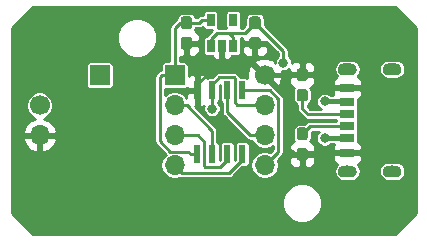
<source format=gbr>
G04 #@! TF.GenerationSoftware,KiCad,Pcbnew,5.0.2+dfsg1-1*
G04 #@! TF.CreationDate,2021-01-04T01:24:12+01:00*
G04 #@! TF.ProjectId,tester,74657374-6572-42e6-9b69-6361645f7063,rev?*
G04 #@! TF.SameCoordinates,Original*
G04 #@! TF.FileFunction,Copper,L1,Top*
G04 #@! TF.FilePolarity,Positive*
%FSLAX46Y46*%
G04 Gerber Fmt 4.6, Leading zero omitted, Abs format (unit mm)*
G04 Created by KiCad (PCBNEW 5.0.2+dfsg1-1) date Mon 04 Jan 2021 01:24:12 AM CET*
%MOMM*%
%LPD*%
G01*
G04 APERTURE LIST*
G04 #@! TA.AperFunction,Conductor*
%ADD10C,0.100000*%
G04 #@! TD*
G04 #@! TA.AperFunction,SMDPad,CuDef*
%ADD11C,0.950000*%
G04 #@! TD*
G04 #@! TA.AperFunction,SMDPad,CuDef*
%ADD12R,0.650000X1.060000*%
G04 #@! TD*
G04 #@! TA.AperFunction,ComponentPad*
%ADD13C,1.000000*%
G04 #@! TD*
G04 #@! TA.AperFunction,SMDPad,CuDef*
%ADD14R,1.200000X0.800000*%
G04 #@! TD*
G04 #@! TA.AperFunction,SMDPad,CuDef*
%ADD15R,0.600000X1.550000*%
G04 #@! TD*
G04 #@! TA.AperFunction,ComponentPad*
%ADD16C,1.700000*%
G04 #@! TD*
G04 #@! TA.AperFunction,ComponentPad*
%ADD17O,1.700000X1.700000*%
G04 #@! TD*
G04 #@! TA.AperFunction,ComponentPad*
%ADD18R,1.700000X1.700000*%
G04 #@! TD*
G04 #@! TA.AperFunction,ViaPad*
%ADD19C,0.800000*%
G04 #@! TD*
G04 #@! TA.AperFunction,Conductor*
%ADD20C,0.250000*%
G04 #@! TD*
G04 #@! TA.AperFunction,Conductor*
%ADD21C,0.400000*%
G04 #@! TD*
G04 #@! TA.AperFunction,Conductor*
%ADD22C,0.254000*%
G04 #@! TD*
G04 APERTURE END LIST*
D10*
G04 #@! TO.N,GND*
G04 #@! TO.C,R1*
G36*
X7260779Y-2351144D02*
X7283834Y-2354563D01*
X7306443Y-2360227D01*
X7328387Y-2368079D01*
X7349457Y-2378044D01*
X7369448Y-2390026D01*
X7388168Y-2403910D01*
X7405438Y-2419562D01*
X7421090Y-2436832D01*
X7434974Y-2455552D01*
X7446956Y-2475543D01*
X7456921Y-2496613D01*
X7464773Y-2518557D01*
X7470437Y-2541166D01*
X7473856Y-2564221D01*
X7475000Y-2587500D01*
X7475000Y-3162500D01*
X7473856Y-3185779D01*
X7470437Y-3208834D01*
X7464773Y-3231443D01*
X7456921Y-3253387D01*
X7446956Y-3274457D01*
X7434974Y-3294448D01*
X7421090Y-3313168D01*
X7405438Y-3330438D01*
X7388168Y-3346090D01*
X7369448Y-3359974D01*
X7349457Y-3371956D01*
X7328387Y-3381921D01*
X7306443Y-3389773D01*
X7283834Y-3395437D01*
X7260779Y-3398856D01*
X7237500Y-3400000D01*
X6762500Y-3400000D01*
X6739221Y-3398856D01*
X6716166Y-3395437D01*
X6693557Y-3389773D01*
X6671613Y-3381921D01*
X6650543Y-3371956D01*
X6630552Y-3359974D01*
X6611832Y-3346090D01*
X6594562Y-3330438D01*
X6578910Y-3313168D01*
X6565026Y-3294448D01*
X6553044Y-3274457D01*
X6543079Y-3253387D01*
X6535227Y-3231443D01*
X6529563Y-3208834D01*
X6526144Y-3185779D01*
X6525000Y-3162500D01*
X6525000Y-2587500D01*
X6526144Y-2564221D01*
X6529563Y-2541166D01*
X6535227Y-2518557D01*
X6543079Y-2496613D01*
X6553044Y-2475543D01*
X6565026Y-2455552D01*
X6578910Y-2436832D01*
X6594562Y-2419562D01*
X6611832Y-2403910D01*
X6630552Y-2390026D01*
X6650543Y-2378044D01*
X6671613Y-2368079D01*
X6693557Y-2360227D01*
X6716166Y-2354563D01*
X6739221Y-2351144D01*
X6762500Y-2350000D01*
X7237500Y-2350000D01*
X7260779Y-2351144D01*
X7260779Y-2351144D01*
G37*
D11*
G04 #@! TD*
G04 #@! TO.P,R1,1*
G04 #@! TO.N,GND*
X7000000Y-2875000D03*
D10*
G04 #@! TO.N,Net-(J1-PadA5)*
G04 #@! TO.C,R1*
G36*
X7260779Y-601144D02*
X7283834Y-604563D01*
X7306443Y-610227D01*
X7328387Y-618079D01*
X7349457Y-628044D01*
X7369448Y-640026D01*
X7388168Y-653910D01*
X7405438Y-669562D01*
X7421090Y-686832D01*
X7434974Y-705552D01*
X7446956Y-725543D01*
X7456921Y-746613D01*
X7464773Y-768557D01*
X7470437Y-791166D01*
X7473856Y-814221D01*
X7475000Y-837500D01*
X7475000Y-1412500D01*
X7473856Y-1435779D01*
X7470437Y-1458834D01*
X7464773Y-1481443D01*
X7456921Y-1503387D01*
X7446956Y-1524457D01*
X7434974Y-1544448D01*
X7421090Y-1563168D01*
X7405438Y-1580438D01*
X7388168Y-1596090D01*
X7369448Y-1609974D01*
X7349457Y-1621956D01*
X7328387Y-1631921D01*
X7306443Y-1639773D01*
X7283834Y-1645437D01*
X7260779Y-1648856D01*
X7237500Y-1650000D01*
X6762500Y-1650000D01*
X6739221Y-1648856D01*
X6716166Y-1645437D01*
X6693557Y-1639773D01*
X6671613Y-1631921D01*
X6650543Y-1621956D01*
X6630552Y-1609974D01*
X6611832Y-1596090D01*
X6594562Y-1580438D01*
X6578910Y-1563168D01*
X6565026Y-1544448D01*
X6553044Y-1524457D01*
X6543079Y-1503387D01*
X6535227Y-1481443D01*
X6529563Y-1458834D01*
X6526144Y-1435779D01*
X6525000Y-1412500D01*
X6525000Y-837500D01*
X6526144Y-814221D01*
X6529563Y-791166D01*
X6535227Y-768557D01*
X6543079Y-746613D01*
X6553044Y-725543D01*
X6565026Y-705552D01*
X6578910Y-686832D01*
X6594562Y-669562D01*
X6611832Y-653910D01*
X6630552Y-640026D01*
X6650543Y-628044D01*
X6671613Y-618079D01*
X6693557Y-610227D01*
X6716166Y-604563D01*
X6739221Y-601144D01*
X6762500Y-600000D01*
X7237500Y-600000D01*
X7260779Y-601144D01*
X7260779Y-601144D01*
G37*
D11*
G04 #@! TD*
G04 #@! TO.P,R1,2*
G04 #@! TO.N,Net-(J1-PadA5)*
X7000000Y-1125000D03*
D10*
G04 #@! TO.N,Net-(J1-PadB5)*
G04 #@! TO.C,R2*
G36*
X7260779Y2648856D02*
X7283834Y2645437D01*
X7306443Y2639773D01*
X7328387Y2631921D01*
X7349457Y2621956D01*
X7369448Y2609974D01*
X7388168Y2596090D01*
X7405438Y2580438D01*
X7421090Y2563168D01*
X7434974Y2544448D01*
X7446956Y2524457D01*
X7456921Y2503387D01*
X7464773Y2481443D01*
X7470437Y2458834D01*
X7473856Y2435779D01*
X7475000Y2412500D01*
X7475000Y1837500D01*
X7473856Y1814221D01*
X7470437Y1791166D01*
X7464773Y1768557D01*
X7456921Y1746613D01*
X7446956Y1725543D01*
X7434974Y1705552D01*
X7421090Y1686832D01*
X7405438Y1669562D01*
X7388168Y1653910D01*
X7369448Y1640026D01*
X7349457Y1628044D01*
X7328387Y1618079D01*
X7306443Y1610227D01*
X7283834Y1604563D01*
X7260779Y1601144D01*
X7237500Y1600000D01*
X6762500Y1600000D01*
X6739221Y1601144D01*
X6716166Y1604563D01*
X6693557Y1610227D01*
X6671613Y1618079D01*
X6650543Y1628044D01*
X6630552Y1640026D01*
X6611832Y1653910D01*
X6594562Y1669562D01*
X6578910Y1686832D01*
X6565026Y1705552D01*
X6553044Y1725543D01*
X6543079Y1746613D01*
X6535227Y1768557D01*
X6529563Y1791166D01*
X6526144Y1814221D01*
X6525000Y1837500D01*
X6525000Y2412500D01*
X6526144Y2435779D01*
X6529563Y2458834D01*
X6535227Y2481443D01*
X6543079Y2503387D01*
X6553044Y2524457D01*
X6565026Y2544448D01*
X6578910Y2563168D01*
X6594562Y2580438D01*
X6611832Y2596090D01*
X6630552Y2609974D01*
X6650543Y2621956D01*
X6671613Y2631921D01*
X6693557Y2639773D01*
X6716166Y2645437D01*
X6739221Y2648856D01*
X6762500Y2650000D01*
X7237500Y2650000D01*
X7260779Y2648856D01*
X7260779Y2648856D01*
G37*
D11*
G04 #@! TD*
G04 #@! TO.P,R2,2*
G04 #@! TO.N,Net-(J1-PadB5)*
X7000000Y2125000D03*
D10*
G04 #@! TO.N,GND*
G04 #@! TO.C,R2*
G36*
X7260779Y4398856D02*
X7283834Y4395437D01*
X7306443Y4389773D01*
X7328387Y4381921D01*
X7349457Y4371956D01*
X7369448Y4359974D01*
X7388168Y4346090D01*
X7405438Y4330438D01*
X7421090Y4313168D01*
X7434974Y4294448D01*
X7446956Y4274457D01*
X7456921Y4253387D01*
X7464773Y4231443D01*
X7470437Y4208834D01*
X7473856Y4185779D01*
X7475000Y4162500D01*
X7475000Y3587500D01*
X7473856Y3564221D01*
X7470437Y3541166D01*
X7464773Y3518557D01*
X7456921Y3496613D01*
X7446956Y3475543D01*
X7434974Y3455552D01*
X7421090Y3436832D01*
X7405438Y3419562D01*
X7388168Y3403910D01*
X7369448Y3390026D01*
X7349457Y3378044D01*
X7328387Y3368079D01*
X7306443Y3360227D01*
X7283834Y3354563D01*
X7260779Y3351144D01*
X7237500Y3350000D01*
X6762500Y3350000D01*
X6739221Y3351144D01*
X6716166Y3354563D01*
X6693557Y3360227D01*
X6671613Y3368079D01*
X6650543Y3378044D01*
X6630552Y3390026D01*
X6611832Y3403910D01*
X6594562Y3419562D01*
X6578910Y3436832D01*
X6565026Y3455552D01*
X6553044Y3475543D01*
X6543079Y3496613D01*
X6535227Y3518557D01*
X6529563Y3541166D01*
X6526144Y3564221D01*
X6525000Y3587500D01*
X6525000Y4162500D01*
X6526144Y4185779D01*
X6529563Y4208834D01*
X6535227Y4231443D01*
X6543079Y4253387D01*
X6553044Y4274457D01*
X6565026Y4294448D01*
X6578910Y4313168D01*
X6594562Y4330438D01*
X6611832Y4346090D01*
X6630552Y4359974D01*
X6650543Y4371956D01*
X6671613Y4381921D01*
X6693557Y4389773D01*
X6716166Y4395437D01*
X6739221Y4398856D01*
X6762500Y4400000D01*
X7237500Y4400000D01*
X7260779Y4398856D01*
X7260779Y4398856D01*
G37*
D11*
G04 #@! TD*
G04 #@! TO.P,R2,1*
G04 #@! TO.N,GND*
X7000000Y3875000D03*
D10*
G04 #@! TO.N,GND*
G04 #@! TO.C,C1*
G36*
X3260779Y7048856D02*
X3283834Y7045437D01*
X3306443Y7039773D01*
X3328387Y7031921D01*
X3349457Y7021956D01*
X3369448Y7009974D01*
X3388168Y6996090D01*
X3405438Y6980438D01*
X3421090Y6963168D01*
X3434974Y6944448D01*
X3446956Y6924457D01*
X3456921Y6903387D01*
X3464773Y6881443D01*
X3470437Y6858834D01*
X3473856Y6835779D01*
X3475000Y6812500D01*
X3475000Y6237500D01*
X3473856Y6214221D01*
X3470437Y6191166D01*
X3464773Y6168557D01*
X3456921Y6146613D01*
X3446956Y6125543D01*
X3434974Y6105552D01*
X3421090Y6086832D01*
X3405438Y6069562D01*
X3388168Y6053910D01*
X3369448Y6040026D01*
X3349457Y6028044D01*
X3328387Y6018079D01*
X3306443Y6010227D01*
X3283834Y6004563D01*
X3260779Y6001144D01*
X3237500Y6000000D01*
X2762500Y6000000D01*
X2739221Y6001144D01*
X2716166Y6004563D01*
X2693557Y6010227D01*
X2671613Y6018079D01*
X2650543Y6028044D01*
X2630552Y6040026D01*
X2611832Y6053910D01*
X2594562Y6069562D01*
X2578910Y6086832D01*
X2565026Y6105552D01*
X2553044Y6125543D01*
X2543079Y6146613D01*
X2535227Y6168557D01*
X2529563Y6191166D01*
X2526144Y6214221D01*
X2525000Y6237500D01*
X2525000Y6812500D01*
X2526144Y6835779D01*
X2529563Y6858834D01*
X2535227Y6881443D01*
X2543079Y6903387D01*
X2553044Y6924457D01*
X2565026Y6944448D01*
X2578910Y6963168D01*
X2594562Y6980438D01*
X2611832Y6996090D01*
X2630552Y7009974D01*
X2650543Y7021956D01*
X2671613Y7031921D01*
X2693557Y7039773D01*
X2716166Y7045437D01*
X2739221Y7048856D01*
X2762500Y7050000D01*
X3237500Y7050000D01*
X3260779Y7048856D01*
X3260779Y7048856D01*
G37*
D11*
G04 #@! TD*
G04 #@! TO.P,C1,2*
G04 #@! TO.N,GND*
X3000000Y6525000D03*
D10*
G04 #@! TO.N,VCC*
G04 #@! TO.C,C1*
G36*
X3260779Y8798856D02*
X3283834Y8795437D01*
X3306443Y8789773D01*
X3328387Y8781921D01*
X3349457Y8771956D01*
X3369448Y8759974D01*
X3388168Y8746090D01*
X3405438Y8730438D01*
X3421090Y8713168D01*
X3434974Y8694448D01*
X3446956Y8674457D01*
X3456921Y8653387D01*
X3464773Y8631443D01*
X3470437Y8608834D01*
X3473856Y8585779D01*
X3475000Y8562500D01*
X3475000Y7987500D01*
X3473856Y7964221D01*
X3470437Y7941166D01*
X3464773Y7918557D01*
X3456921Y7896613D01*
X3446956Y7875543D01*
X3434974Y7855552D01*
X3421090Y7836832D01*
X3405438Y7819562D01*
X3388168Y7803910D01*
X3369448Y7790026D01*
X3349457Y7778044D01*
X3328387Y7768079D01*
X3306443Y7760227D01*
X3283834Y7754563D01*
X3260779Y7751144D01*
X3237500Y7750000D01*
X2762500Y7750000D01*
X2739221Y7751144D01*
X2716166Y7754563D01*
X2693557Y7760227D01*
X2671613Y7768079D01*
X2650543Y7778044D01*
X2630552Y7790026D01*
X2611832Y7803910D01*
X2594562Y7819562D01*
X2578910Y7836832D01*
X2565026Y7855552D01*
X2553044Y7875543D01*
X2543079Y7896613D01*
X2535227Y7918557D01*
X2529563Y7941166D01*
X2526144Y7964221D01*
X2525000Y7987500D01*
X2525000Y8562500D01*
X2526144Y8585779D01*
X2529563Y8608834D01*
X2535227Y8631443D01*
X2543079Y8653387D01*
X2553044Y8674457D01*
X2565026Y8694448D01*
X2578910Y8713168D01*
X2594562Y8730438D01*
X2611832Y8746090D01*
X2630552Y8759974D01*
X2650543Y8771956D01*
X2671613Y8781921D01*
X2693557Y8789773D01*
X2716166Y8795437D01*
X2739221Y8798856D01*
X2762500Y8800000D01*
X3237500Y8800000D01*
X3260779Y8798856D01*
X3260779Y8798856D01*
G37*
D11*
G04 #@! TD*
G04 #@! TO.P,C1,1*
G04 #@! TO.N,VCC*
X3000000Y8275000D03*
D12*
G04 #@! TO.P,U2,1*
G04 #@! TO.N,VCC*
X-750000Y6300000D03*
G04 #@! TO.P,U2,2*
G04 #@! TO.N,GND*
X200000Y6300000D03*
G04 #@! TO.P,U2,3*
G04 #@! TO.N,VCC*
X1150000Y6300000D03*
G04 #@! TO.P,U2,4*
G04 #@! TO.N,Net-(U2-Pad4)*
X1150000Y8500000D03*
G04 #@! TO.P,U2,5*
G04 #@! TO.N,3V3*
X-750000Y8500000D03*
G04 #@! TD*
D10*
G04 #@! TO.N,3V3*
G04 #@! TO.C,C2*
G36*
X-2539221Y8798856D02*
X-2516166Y8795437D01*
X-2493557Y8789773D01*
X-2471613Y8781921D01*
X-2450543Y8771956D01*
X-2430552Y8759974D01*
X-2411832Y8746090D01*
X-2394562Y8730438D01*
X-2378910Y8713168D01*
X-2365026Y8694448D01*
X-2353044Y8674457D01*
X-2343079Y8653387D01*
X-2335227Y8631443D01*
X-2329563Y8608834D01*
X-2326144Y8585779D01*
X-2325000Y8562500D01*
X-2325000Y7987500D01*
X-2326144Y7964221D01*
X-2329563Y7941166D01*
X-2335227Y7918557D01*
X-2343079Y7896613D01*
X-2353044Y7875543D01*
X-2365026Y7855552D01*
X-2378910Y7836832D01*
X-2394562Y7819562D01*
X-2411832Y7803910D01*
X-2430552Y7790026D01*
X-2450543Y7778044D01*
X-2471613Y7768079D01*
X-2493557Y7760227D01*
X-2516166Y7754563D01*
X-2539221Y7751144D01*
X-2562500Y7750000D01*
X-3037500Y7750000D01*
X-3060779Y7751144D01*
X-3083834Y7754563D01*
X-3106443Y7760227D01*
X-3128387Y7768079D01*
X-3149457Y7778044D01*
X-3169448Y7790026D01*
X-3188168Y7803910D01*
X-3205438Y7819562D01*
X-3221090Y7836832D01*
X-3234974Y7855552D01*
X-3246956Y7875543D01*
X-3256921Y7896613D01*
X-3264773Y7918557D01*
X-3270437Y7941166D01*
X-3273856Y7964221D01*
X-3275000Y7987500D01*
X-3275000Y8562500D01*
X-3273856Y8585779D01*
X-3270437Y8608834D01*
X-3264773Y8631443D01*
X-3256921Y8653387D01*
X-3246956Y8674457D01*
X-3234974Y8694448D01*
X-3221090Y8713168D01*
X-3205438Y8730438D01*
X-3188168Y8746090D01*
X-3169448Y8759974D01*
X-3149457Y8771956D01*
X-3128387Y8781921D01*
X-3106443Y8789773D01*
X-3083834Y8795437D01*
X-3060779Y8798856D01*
X-3037500Y8800000D01*
X-2562500Y8800000D01*
X-2539221Y8798856D01*
X-2539221Y8798856D01*
G37*
D11*
G04 #@! TD*
G04 #@! TO.P,C2,1*
G04 #@! TO.N,3V3*
X-2800000Y8275000D03*
D10*
G04 #@! TO.N,GND*
G04 #@! TO.C,C2*
G36*
X-2539221Y7048856D02*
X-2516166Y7045437D01*
X-2493557Y7039773D01*
X-2471613Y7031921D01*
X-2450543Y7021956D01*
X-2430552Y7009974D01*
X-2411832Y6996090D01*
X-2394562Y6980438D01*
X-2378910Y6963168D01*
X-2365026Y6944448D01*
X-2353044Y6924457D01*
X-2343079Y6903387D01*
X-2335227Y6881443D01*
X-2329563Y6858834D01*
X-2326144Y6835779D01*
X-2325000Y6812500D01*
X-2325000Y6237500D01*
X-2326144Y6214221D01*
X-2329563Y6191166D01*
X-2335227Y6168557D01*
X-2343079Y6146613D01*
X-2353044Y6125543D01*
X-2365026Y6105552D01*
X-2378910Y6086832D01*
X-2394562Y6069562D01*
X-2411832Y6053910D01*
X-2430552Y6040026D01*
X-2450543Y6028044D01*
X-2471613Y6018079D01*
X-2493557Y6010227D01*
X-2516166Y6004563D01*
X-2539221Y6001144D01*
X-2562500Y6000000D01*
X-3037500Y6000000D01*
X-3060779Y6001144D01*
X-3083834Y6004563D01*
X-3106443Y6010227D01*
X-3128387Y6018079D01*
X-3149457Y6028044D01*
X-3169448Y6040026D01*
X-3188168Y6053910D01*
X-3205438Y6069562D01*
X-3221090Y6086832D01*
X-3234974Y6105552D01*
X-3246956Y6125543D01*
X-3256921Y6146613D01*
X-3264773Y6168557D01*
X-3270437Y6191166D01*
X-3273856Y6214221D01*
X-3275000Y6237500D01*
X-3275000Y6812500D01*
X-3273856Y6835779D01*
X-3270437Y6858834D01*
X-3264773Y6881443D01*
X-3256921Y6903387D01*
X-3246956Y6924457D01*
X-3234974Y6944448D01*
X-3221090Y6963168D01*
X-3205438Y6980438D01*
X-3188168Y6996090D01*
X-3169448Y7009974D01*
X-3149457Y7021956D01*
X-3128387Y7031921D01*
X-3106443Y7039773D01*
X-3083834Y7045437D01*
X-3060779Y7048856D01*
X-3037500Y7050000D01*
X-2562500Y7050000D01*
X-2539221Y7048856D01*
X-2539221Y7048856D01*
G37*
D11*
G04 #@! TD*
G04 #@! TO.P,C2,2*
G04 #@! TO.N,GND*
X-2800000Y6525000D03*
D10*
G04 #@! TO.N,N/C*
G04 #@! TO.C,J1*
G36*
X14954009Y-3822407D02*
X15002545Y-3829606D01*
X15050142Y-3841529D01*
X15096342Y-3858059D01*
X15140698Y-3879038D01*
X15182785Y-3904264D01*
X15222197Y-3933494D01*
X15258553Y-3966446D01*
X15291505Y-4002802D01*
X15320735Y-4042214D01*
X15345961Y-4084301D01*
X15366940Y-4128657D01*
X15383470Y-4174857D01*
X15395393Y-4222454D01*
X15402592Y-4270990D01*
X15405000Y-4319999D01*
X15405000Y-4320001D01*
X15402592Y-4369010D01*
X15395393Y-4417546D01*
X15383470Y-4465143D01*
X15366940Y-4511343D01*
X15345961Y-4555699D01*
X15320735Y-4597786D01*
X15291505Y-4637198D01*
X15258553Y-4673554D01*
X15222197Y-4706506D01*
X15182785Y-4735736D01*
X15140698Y-4760962D01*
X15096342Y-4781941D01*
X15050142Y-4798471D01*
X15002545Y-4810394D01*
X14954009Y-4817593D01*
X14905000Y-4820001D01*
X14305000Y-4820001D01*
X14255991Y-4817593D01*
X14207455Y-4810394D01*
X14159858Y-4798471D01*
X14113658Y-4781941D01*
X14069302Y-4760962D01*
X14027215Y-4735736D01*
X13987803Y-4706506D01*
X13951447Y-4673554D01*
X13918495Y-4637198D01*
X13889265Y-4597786D01*
X13864039Y-4555699D01*
X13843060Y-4511343D01*
X13826530Y-4465143D01*
X13814607Y-4417546D01*
X13807408Y-4369010D01*
X13805000Y-4320001D01*
X13805000Y-4319999D01*
X13807408Y-4270990D01*
X13814607Y-4222454D01*
X13826530Y-4174857D01*
X13843060Y-4128657D01*
X13864039Y-4084301D01*
X13889265Y-4042214D01*
X13918495Y-4002802D01*
X13951447Y-3966446D01*
X13987803Y-3933494D01*
X14027215Y-3904264D01*
X14069302Y-3879038D01*
X14113658Y-3858059D01*
X14159858Y-3841529D01*
X14207455Y-3829606D01*
X14255991Y-3822407D01*
X14305000Y-3819999D01*
X14905000Y-3819999D01*
X14954009Y-3822407D01*
X14954009Y-3822407D01*
G37*
D13*
G04 #@! TD*
G04 #@! TO.P,J1,1*
G04 #@! TO.N,N/C*
X14605000Y-4320000D03*
D10*
G04 #@! TO.N,N/C*
G04 #@! TO.C,J1*
G36*
X14954009Y4817593D02*
X15002545Y4810394D01*
X15050142Y4798471D01*
X15096342Y4781941D01*
X15140698Y4760962D01*
X15182785Y4735736D01*
X15222197Y4706506D01*
X15258553Y4673554D01*
X15291505Y4637198D01*
X15320735Y4597786D01*
X15345961Y4555699D01*
X15366940Y4511343D01*
X15383470Y4465143D01*
X15395393Y4417546D01*
X15402592Y4369010D01*
X15405000Y4320001D01*
X15405000Y4319999D01*
X15402592Y4270990D01*
X15395393Y4222454D01*
X15383470Y4174857D01*
X15366940Y4128657D01*
X15345961Y4084301D01*
X15320735Y4042214D01*
X15291505Y4002802D01*
X15258553Y3966446D01*
X15222197Y3933494D01*
X15182785Y3904264D01*
X15140698Y3879038D01*
X15096342Y3858059D01*
X15050142Y3841529D01*
X15002545Y3829606D01*
X14954009Y3822407D01*
X14905000Y3819999D01*
X14305000Y3819999D01*
X14255991Y3822407D01*
X14207455Y3829606D01*
X14159858Y3841529D01*
X14113658Y3858059D01*
X14069302Y3879038D01*
X14027215Y3904264D01*
X13987803Y3933494D01*
X13951447Y3966446D01*
X13918495Y4002802D01*
X13889265Y4042214D01*
X13864039Y4084301D01*
X13843060Y4128657D01*
X13826530Y4174857D01*
X13814607Y4222454D01*
X13807408Y4270990D01*
X13805000Y4319999D01*
X13805000Y4320001D01*
X13807408Y4369010D01*
X13814607Y4417546D01*
X13826530Y4465143D01*
X13843060Y4511343D01*
X13864039Y4555699D01*
X13889265Y4597786D01*
X13918495Y4637198D01*
X13951447Y4673554D01*
X13987803Y4706506D01*
X14027215Y4735736D01*
X14069302Y4760962D01*
X14113658Y4781941D01*
X14159858Y4798471D01*
X14207455Y4810394D01*
X14255991Y4817593D01*
X14305000Y4820001D01*
X14905000Y4820001D01*
X14954009Y4817593D01*
X14954009Y4817593D01*
G37*
D13*
G04 #@! TD*
G04 #@! TO.P,J1,1*
G04 #@! TO.N,N/C*
X14605000Y4320000D03*
D10*
G04 #@! TO.N,N/C*
G04 #@! TO.C,J1*
G36*
X11154009Y4817593D02*
X11202545Y4810394D01*
X11250142Y4798471D01*
X11296342Y4781941D01*
X11340698Y4760962D01*
X11382785Y4735736D01*
X11422197Y4706506D01*
X11458553Y4673554D01*
X11491505Y4637198D01*
X11520735Y4597786D01*
X11545961Y4555699D01*
X11566940Y4511343D01*
X11583470Y4465143D01*
X11595393Y4417546D01*
X11602592Y4369010D01*
X11605000Y4320001D01*
X11605000Y4319999D01*
X11602592Y4270990D01*
X11595393Y4222454D01*
X11583470Y4174857D01*
X11566940Y4128657D01*
X11545961Y4084301D01*
X11520735Y4042214D01*
X11491505Y4002802D01*
X11458553Y3966446D01*
X11422197Y3933494D01*
X11382785Y3904264D01*
X11340698Y3879038D01*
X11296342Y3858059D01*
X11250142Y3841529D01*
X11202545Y3829606D01*
X11154009Y3822407D01*
X11105000Y3819999D01*
X10505000Y3819999D01*
X10455991Y3822407D01*
X10407455Y3829606D01*
X10359858Y3841529D01*
X10313658Y3858059D01*
X10269302Y3879038D01*
X10227215Y3904264D01*
X10187803Y3933494D01*
X10151447Y3966446D01*
X10118495Y4002802D01*
X10089265Y4042214D01*
X10064039Y4084301D01*
X10043060Y4128657D01*
X10026530Y4174857D01*
X10014607Y4222454D01*
X10007408Y4270990D01*
X10005000Y4319999D01*
X10005000Y4320001D01*
X10007408Y4369010D01*
X10014607Y4417546D01*
X10026530Y4465143D01*
X10043060Y4511343D01*
X10064039Y4555699D01*
X10089265Y4597786D01*
X10118495Y4637198D01*
X10151447Y4673554D01*
X10187803Y4706506D01*
X10227215Y4735736D01*
X10269302Y4760962D01*
X10313658Y4781941D01*
X10359858Y4798471D01*
X10407455Y4810394D01*
X10455991Y4817593D01*
X10505000Y4820001D01*
X11105000Y4820001D01*
X11154009Y4817593D01*
X11154009Y4817593D01*
G37*
D13*
G04 #@! TD*
G04 #@! TO.P,J1,1*
G04 #@! TO.N,N/C*
X10805000Y4320000D03*
D10*
G04 #@! TO.N,N/C*
G04 #@! TO.C,J1*
G36*
X11154009Y-3822407D02*
X11202545Y-3829606D01*
X11250142Y-3841529D01*
X11296342Y-3858059D01*
X11340698Y-3879038D01*
X11382785Y-3904264D01*
X11422197Y-3933494D01*
X11458553Y-3966446D01*
X11491505Y-4002802D01*
X11520735Y-4042214D01*
X11545961Y-4084301D01*
X11566940Y-4128657D01*
X11583470Y-4174857D01*
X11595393Y-4222454D01*
X11602592Y-4270990D01*
X11605000Y-4319999D01*
X11605000Y-4320001D01*
X11602592Y-4369010D01*
X11595393Y-4417546D01*
X11583470Y-4465143D01*
X11566940Y-4511343D01*
X11545961Y-4555699D01*
X11520735Y-4597786D01*
X11491505Y-4637198D01*
X11458553Y-4673554D01*
X11422197Y-4706506D01*
X11382785Y-4735736D01*
X11340698Y-4760962D01*
X11296342Y-4781941D01*
X11250142Y-4798471D01*
X11202545Y-4810394D01*
X11154009Y-4817593D01*
X11105000Y-4820001D01*
X10505000Y-4820001D01*
X10455991Y-4817593D01*
X10407455Y-4810394D01*
X10359858Y-4798471D01*
X10313658Y-4781941D01*
X10269302Y-4760962D01*
X10227215Y-4735736D01*
X10187803Y-4706506D01*
X10151447Y-4673554D01*
X10118495Y-4637198D01*
X10089265Y-4597786D01*
X10064039Y-4555699D01*
X10043060Y-4511343D01*
X10026530Y-4465143D01*
X10014607Y-4417546D01*
X10007408Y-4369010D01*
X10005000Y-4320001D01*
X10005000Y-4319999D01*
X10007408Y-4270990D01*
X10014607Y-4222454D01*
X10026530Y-4174857D01*
X10043060Y-4128657D01*
X10064039Y-4084301D01*
X10089265Y-4042214D01*
X10118495Y-4002802D01*
X10151447Y-3966446D01*
X10187803Y-3933494D01*
X10227215Y-3904264D01*
X10269302Y-3879038D01*
X10313658Y-3858059D01*
X10359858Y-3841529D01*
X10407455Y-3829606D01*
X10455991Y-3822407D01*
X10505000Y-3819999D01*
X11105000Y-3819999D01*
X11154009Y-3822407D01*
X11154009Y-3822407D01*
G37*
D13*
G04 #@! TD*
G04 #@! TO.P,J1,1*
G04 #@! TO.N,N/C*
X10805000Y-4320000D03*
D14*
G04 #@! TO.P,J1,A1*
G04 #@! TO.N,GND*
X10805000Y-2750000D03*
G04 #@! TO.P,J1,A4*
G04 #@! TO.N,VCC*
X10805000Y-1520000D03*
G04 #@! TO.P,J1,A5*
G04 #@! TO.N,Net-(J1-PadA5)*
X10805000Y-500000D03*
G04 #@! TO.P,J1,B5*
G04 #@! TO.N,Net-(J1-PadB5)*
X10805000Y500000D03*
G04 #@! TO.P,J1,A4*
G04 #@! TO.N,VCC*
X10805000Y1520000D03*
G04 #@! TO.P,J1,A1*
G04 #@! TO.N,GND*
X10805000Y2750000D03*
G04 #@! TD*
D15*
G04 #@! TO.P,U1,1*
G04 #@! TO.N,3V3*
X-1905000Y-2860000D03*
G04 #@! TO.P,U1,2*
G04 #@! TO.N,Net-(J5-Pad2)*
X-635000Y-2860000D03*
G04 #@! TO.P,U1,3*
G04 #@! TO.N,Net-(J5-Pad3)*
X635000Y-2860000D03*
G04 #@! TO.P,U1,4*
G04 #@! TO.N,Net-(J5-Pad4)*
X1905000Y-2860000D03*
G04 #@! TO.P,U1,5*
G04 #@! TO.N,Net-(J4-Pad4)*
X1905000Y2540000D03*
G04 #@! TO.P,U1,6*
G04 #@! TO.N,Net-(J4-Pad3)*
X635000Y2540000D03*
G04 #@! TO.P,U1,7*
G04 #@! TO.N,Net-(J3-Pad1)*
X-635000Y2540000D03*
G04 #@! TO.P,U1,8*
G04 #@! TO.N,GND*
X-1905000Y2540000D03*
G04 #@! TD*
D16*
G04 #@! TO.P,J3,1*
G04 #@! TO.N,Net-(J3-Pad1)*
X-15240000Y1270000D03*
D17*
G04 #@! TO.P,J3,2*
G04 #@! TO.N,GND*
X-15240000Y-1270000D03*
G04 #@! TD*
D18*
G04 #@! TO.P,J2,1*
G04 #@! TO.N,VCC*
X-10160000Y3810000D03*
G04 #@! TD*
G04 #@! TO.P,J5,1*
G04 #@! TO.N,3V3*
X-3810000Y3810000D03*
D17*
G04 #@! TO.P,J5,2*
G04 #@! TO.N,Net-(J5-Pad2)*
X-3810000Y1270000D03*
G04 #@! TO.P,J5,3*
G04 #@! TO.N,Net-(J5-Pad3)*
X-3810000Y-1270000D03*
G04 #@! TO.P,J5,4*
G04 #@! TO.N,Net-(J5-Pad4)*
X-3810000Y-3810000D03*
G04 #@! TD*
G04 #@! TO.P,J4,4*
G04 #@! TO.N,Net-(J4-Pad4)*
X3810000Y-3810000D03*
G04 #@! TO.P,J4,3*
G04 #@! TO.N,Net-(J4-Pad3)*
X3810000Y-1270000D03*
G04 #@! TO.P,J4,2*
G04 #@! TO.N,Net-(J3-Pad1)*
X3810000Y1270000D03*
D16*
G04 #@! TO.P,J4,1*
G04 #@! TO.N,GND*
X3810000Y3810000D03*
G04 #@! TD*
D19*
G04 #@! TO.N,VCC*
X5400000Y4900000D03*
X8900000Y1600000D03*
X8900000Y-1500000D03*
G04 #@! TO.N,Net-(J3-Pad1)*
X-635000Y1000000D03*
G04 #@! TD*
D20*
G04 #@! TO.N,GND*
X-1905000Y3015000D02*
X-1905000Y2540000D01*
X2960001Y4659999D02*
X-260001Y4659999D01*
X-260001Y4659999D02*
X-1905000Y3015000D01*
X3810000Y3810000D02*
X2960001Y4659999D01*
D21*
X3810000Y3810000D02*
X6935000Y3810000D01*
X6935000Y3810000D02*
X7000000Y3875000D01*
X7000000Y3875000D02*
X8125000Y3875000D01*
X9250000Y2750000D02*
X10805000Y2750000D01*
X8125000Y3875000D02*
X9250000Y2750000D01*
X10805000Y-2750000D02*
X7125000Y-2750000D01*
X7125000Y-2750000D02*
X7000000Y-2875000D01*
X7000000Y-2875000D02*
X6275000Y-2875000D01*
X6275000Y-2875000D02*
X5800000Y-2400000D01*
X5800000Y-2400000D02*
X5800000Y1820000D01*
X5800000Y1820000D02*
X3810000Y3810000D01*
D20*
X200000Y6300000D02*
X200000Y5120000D01*
X200000Y5120000D02*
X-260001Y4659999D01*
X-2800000Y5600000D02*
X-2800000Y6525000D01*
X-260001Y4659999D02*
X-1859999Y4659999D01*
X-1859999Y4659999D02*
X-2800000Y5600000D01*
G04 #@! TO.N,VCC*
X-750000Y6300000D02*
X-750000Y6850000D01*
X1150000Y7050000D02*
X1150000Y6300000D01*
X800000Y7400000D02*
X1150000Y7050000D01*
X-200000Y7400000D02*
X800000Y7400000D01*
X-750000Y6850000D02*
X-200000Y7400000D01*
X2125000Y7400000D02*
X3000000Y8275000D01*
X800000Y7400000D02*
X2125000Y7400000D01*
X3000000Y8275000D02*
X5400000Y5875000D01*
X5400000Y5875000D02*
X5400000Y4900000D01*
D21*
X10725000Y1600000D02*
X10805000Y1520000D01*
X8900000Y1600000D02*
X10725000Y1600000D01*
X10785000Y-1500000D02*
X10805000Y-1520000D01*
X8900000Y-1500000D02*
X10785000Y-1500000D01*
D20*
G04 #@! TO.N,Net-(J1-PadA5)*
X7625000Y-500000D02*
X7000000Y-1125000D01*
X10805000Y-500000D02*
X7625000Y-500000D01*
G04 #@! TO.N,Net-(J1-PadB5)*
X7000000Y2125000D02*
X7000000Y1000000D01*
X7500000Y500000D02*
X10805000Y500000D01*
X7000000Y1000000D02*
X7500000Y500000D01*
G04 #@! TO.N,Net-(J3-Pad1)*
X1195001Y3640001D02*
X1270000Y3565002D01*
X-9999Y3640001D02*
X1195001Y3640001D01*
X-635000Y2540000D02*
X-635000Y3015000D01*
X-635000Y3015000D02*
X-9999Y3640001D01*
X1270000Y1514998D02*
X1514998Y1270000D01*
X2607919Y1270000D02*
X3810000Y1270000D01*
X1514998Y1270000D02*
X2607919Y1270000D01*
X1270000Y3565002D02*
X1270000Y1514998D01*
X-635000Y762000D02*
X-635000Y2540000D01*
G04 #@! TO.N,Net-(J4-Pad4)*
X4659999Y-2960001D02*
X3810000Y-3810000D01*
X4985001Y-2634999D02*
X4659999Y-2960001D01*
X4985001Y1834001D02*
X4985001Y-2634999D01*
X4279002Y2540000D02*
X4985001Y1834001D01*
X1905000Y2540000D02*
X4279002Y2540000D01*
G04 #@! TO.N,Net-(J4-Pad3)*
X2607919Y-1270000D02*
X3810000Y-1270000D01*
X635000Y702919D02*
X2607919Y-1270000D01*
X635000Y2540000D02*
X635000Y702919D01*
G04 #@! TO.N,Net-(J5-Pad2)*
X-3810000Y1270000D02*
X-2768600Y1270000D01*
X-635000Y-863600D02*
X-635000Y-2860000D01*
X-2768600Y1270000D02*
X-635000Y-863600D01*
G04 #@! TO.N,Net-(J5-Pad3)*
X-2607919Y-1270000D02*
X-3810000Y-1270000D01*
X-1834998Y-1270000D02*
X-2607919Y-1270000D01*
X-1195001Y-3960001D02*
X-1279999Y-3875003D01*
X9999Y-3960001D02*
X-1195001Y-3960001D01*
X635000Y-3335000D02*
X9999Y-3960001D01*
X-1279999Y-1824999D02*
X-1834998Y-1270000D01*
X-1279999Y-3875003D02*
X-1279999Y-1824999D01*
X635000Y-2860000D02*
X635000Y-3335000D01*
G04 #@! TO.N,Net-(J5-Pad4)*
X1905000Y-3335000D02*
X1905000Y-2860000D01*
X795000Y-4445000D02*
X1905000Y-3335000D01*
X-3810000Y-3810000D02*
X-3175000Y-4445000D01*
X-3175000Y-4445000D02*
X795000Y-4445000D01*
G04 #@! TO.N,3V3*
X-4910000Y3810000D02*
X-5080000Y3640000D01*
X-3810000Y3810000D02*
X-4910000Y3810000D01*
X-2455000Y-2860000D02*
X-1905000Y-2860000D01*
X-2680001Y-2634999D02*
X-2455000Y-2860000D01*
X-4184003Y-2634999D02*
X-2680001Y-2634999D01*
X-5080000Y-1739002D02*
X-4184003Y-2634999D01*
X-5080000Y3640000D02*
X-5080000Y-1739002D01*
X-2800000Y8275000D02*
X-1725000Y8275000D01*
X-1500000Y8500000D02*
X-750000Y8500000D01*
X-1725000Y8275000D02*
X-1500000Y8500000D01*
X-3810000Y4910000D02*
X-3810000Y3810000D01*
X-3810000Y7840000D02*
X-3810000Y4910000D01*
X-3375000Y8275000D02*
X-3810000Y7840000D01*
X-2800000Y8275000D02*
X-3375000Y8275000D01*
G04 #@! TD*
D22*
G04 #@! TO.N,GND*
G36*
X16598000Y7833486D02*
X16598001Y-7833485D01*
X14833487Y-9598000D01*
X-15833486Y-9598000D01*
X-17598000Y-7833487D01*
X-17598000Y-6666424D01*
X5323000Y-6666424D01*
X5323000Y-7333576D01*
X5578308Y-7949944D01*
X6050056Y-8421692D01*
X6666424Y-8677000D01*
X7333576Y-8677000D01*
X7949944Y-8421692D01*
X8421692Y-7949944D01*
X8677000Y-7333576D01*
X8677000Y-6666424D01*
X8421692Y-6050056D01*
X7949944Y-5578308D01*
X7333576Y-5323000D01*
X6666424Y-5323000D01*
X6050056Y-5578308D01*
X5578308Y-6050056D01*
X5323000Y-6666424D01*
X-17598000Y-6666424D01*
X-17598000Y-1626890D01*
X-16681476Y-1626890D01*
X-16511645Y-2036924D01*
X-16121358Y-2465183D01*
X-15596892Y-2711486D01*
X-15367000Y-2590819D01*
X-15367000Y-1397000D01*
X-15113000Y-1397000D01*
X-15113000Y-2590819D01*
X-14883108Y-2711486D01*
X-14358642Y-2465183D01*
X-13968355Y-2036924D01*
X-13798524Y-1626890D01*
X-13919845Y-1397000D01*
X-15113000Y-1397000D01*
X-15367000Y-1397000D01*
X-16560155Y-1397000D01*
X-16681476Y-1626890D01*
X-17598000Y-1626890D01*
X-17598000Y-913110D01*
X-16681476Y-913110D01*
X-16560155Y-1143000D01*
X-15367000Y-1143000D01*
X-15367000Y-1123000D01*
X-15113000Y-1123000D01*
X-15113000Y-1143000D01*
X-13919845Y-1143000D01*
X-13798524Y-913110D01*
X-13968355Y-503076D01*
X-14358642Y-74817D01*
X-14851844Y156804D01*
X-14573283Y272187D01*
X-14242187Y603283D01*
X-14063000Y1035880D01*
X-14063000Y1504120D01*
X-14242187Y1936717D01*
X-14573283Y2267813D01*
X-15005880Y2447000D01*
X-15474120Y2447000D01*
X-15906717Y2267813D01*
X-16237813Y1936717D01*
X-16417000Y1504120D01*
X-16417000Y1035880D01*
X-16237813Y603283D01*
X-15906717Y272187D01*
X-15628156Y156804D01*
X-16121358Y-74817D01*
X-16511645Y-503076D01*
X-16681476Y-913110D01*
X-17598000Y-913110D01*
X-17598000Y4660000D01*
X-11343406Y4660000D01*
X-11343406Y2960000D01*
X-11318027Y2832411D01*
X-11245754Y2724246D01*
X-11137589Y2651973D01*
X-11010000Y2626594D01*
X-9310000Y2626594D01*
X-9182411Y2651973D01*
X-9074246Y2724246D01*
X-9001973Y2832411D01*
X-8976594Y2960000D01*
X-8976594Y3640000D01*
X-5540855Y3640000D01*
X-5532000Y3595482D01*
X-5531999Y-1694479D01*
X-5540855Y-1739002D01*
X-5505775Y-1915363D01*
X-5477679Y-1957411D01*
X-5405873Y-2064876D01*
X-5368133Y-2090093D01*
X-4561593Y-2896634D01*
X-4658569Y-2961431D01*
X-4918709Y-3350758D01*
X-5010058Y-3810000D01*
X-4918709Y-4269242D01*
X-4658569Y-4658569D01*
X-4269242Y-4918709D01*
X-3925920Y-4987000D01*
X-3694080Y-4987000D01*
X-3350758Y-4918709D01*
X-3295615Y-4881864D01*
X-3175000Y-4905855D01*
X-3130482Y-4897000D01*
X750482Y-4897000D01*
X795000Y-4905855D01*
X839518Y-4897000D01*
X971362Y-4870775D01*
X1120874Y-4770874D01*
X1146093Y-4733131D01*
X1910819Y-3968406D01*
X2205000Y-3968406D01*
X2332589Y-3943027D01*
X2440754Y-3870754D01*
X2513027Y-3762589D01*
X2538406Y-3635000D01*
X2538406Y-2085000D01*
X2513027Y-1957411D01*
X2440754Y-1849246D01*
X2332589Y-1776973D01*
X2205000Y-1751594D01*
X1605000Y-1751594D01*
X1477411Y-1776973D01*
X1369246Y-1849246D01*
X1296973Y-1957411D01*
X1271594Y-2085000D01*
X1271594Y-3329181D01*
X1268406Y-3332369D01*
X1268406Y-2085000D01*
X1243027Y-1957411D01*
X1170754Y-1849246D01*
X1062589Y-1776973D01*
X935000Y-1751594D01*
X335000Y-1751594D01*
X207411Y-1776973D01*
X99246Y-1849246D01*
X26973Y-1957411D01*
X1594Y-2085000D01*
X1594Y-3329182D01*
X-1594Y-3332370D01*
X-1594Y-2085000D01*
X-26973Y-1957411D01*
X-99246Y-1849246D01*
X-183000Y-1793284D01*
X-183000Y-908117D01*
X-174145Y-863599D01*
X-209225Y-687238D01*
X-283909Y-575466D01*
X-309126Y-537726D01*
X-346866Y-512509D01*
X-2090063Y1230687D01*
X-2032000Y1288750D01*
X-2032000Y2413000D01*
X-2681250Y2413000D01*
X-2840000Y2254250D01*
X-2840000Y1936835D01*
X-2961431Y2118569D01*
X-3350758Y2378709D01*
X-3694080Y2447000D01*
X-3925920Y2447000D01*
X-4269242Y2378709D01*
X-4628000Y2138995D01*
X-4628000Y2626594D01*
X-2960000Y2626594D01*
X-2832411Y2651973D01*
X-2732788Y2718538D01*
X-2681250Y2667000D01*
X-2032000Y2667000D01*
X-2032000Y3791250D01*
X-1778000Y3791250D01*
X-1778000Y2667000D01*
X-1758000Y2667000D01*
X-1758000Y2413000D01*
X-1778000Y2413000D01*
X-1778000Y1288750D01*
X-1619250Y1130000D01*
X-1478690Y1130000D01*
X-1345137Y1185319D01*
X-1362000Y1144609D01*
X-1362000Y855391D01*
X-1251321Y588187D01*
X-1046813Y383679D01*
X-779609Y273000D01*
X-490391Y273000D01*
X-223187Y383679D01*
X-18679Y588187D01*
X92000Y855391D01*
X92000Y1144609D01*
X-18679Y1411813D01*
X-121346Y1514480D01*
X-99246Y1529246D01*
X-26973Y1637411D01*
X-1594Y1765000D01*
X-1594Y3009181D01*
X1594Y3012369D01*
X1594Y1765000D01*
X26973Y1637411D01*
X99246Y1529246D01*
X183001Y1473283D01*
X183001Y747441D01*
X174145Y702919D01*
X209225Y526558D01*
X209226Y526557D01*
X309127Y377045D01*
X346867Y351828D01*
X2256827Y-1558133D01*
X2282045Y-1595874D01*
X2319785Y-1621091D01*
X2431557Y-1695775D01*
X2607919Y-1730855D01*
X2652437Y-1722000D01*
X2699850Y-1722000D01*
X2701291Y-1729242D01*
X2961431Y-2118569D01*
X3350758Y-2378709D01*
X3694080Y-2447000D01*
X3925920Y-2447000D01*
X4269242Y-2378709D01*
X4533002Y-2202470D01*
X4533002Y-2447773D01*
X4371868Y-2608908D01*
X4371865Y-2608910D01*
X4275382Y-2705393D01*
X4269242Y-2701291D01*
X3925920Y-2633000D01*
X3694080Y-2633000D01*
X3350758Y-2701291D01*
X2961431Y-2961431D01*
X2701291Y-3350758D01*
X2609942Y-3810000D01*
X2701291Y-4269242D01*
X2961431Y-4658569D01*
X3350758Y-4918709D01*
X3694080Y-4987000D01*
X3925920Y-4987000D01*
X4269242Y-4918709D01*
X4658569Y-4658569D01*
X4918709Y-4269242D01*
X5010058Y-3810000D01*
X4918709Y-3350758D01*
X4914607Y-3344618D01*
X5011090Y-3248135D01*
X5011092Y-3248132D01*
X5098474Y-3160750D01*
X5890000Y-3160750D01*
X5890000Y-3526309D01*
X5986673Y-3759698D01*
X6165301Y-3938327D01*
X6398690Y-4035000D01*
X6714250Y-4035000D01*
X6873000Y-3876250D01*
X6873000Y-3002000D01*
X7127000Y-3002000D01*
X7127000Y-3876250D01*
X7285750Y-4035000D01*
X7601310Y-4035000D01*
X7834699Y-3938327D01*
X8013327Y-3759698D01*
X8110000Y-3526309D01*
X8110000Y-3160750D01*
X7985000Y-3035750D01*
X9570000Y-3035750D01*
X9570000Y-3276309D01*
X9666673Y-3509698D01*
X9845301Y-3688327D01*
X9927895Y-3722539D01*
X9915693Y-3730692D01*
X9735033Y-4001068D01*
X9671594Y-4319999D01*
X9671594Y-4320001D01*
X9735033Y-4638932D01*
X9915693Y-4909308D01*
X10186069Y-5089968D01*
X10505000Y-5153407D01*
X11105000Y-5153407D01*
X11423931Y-5089968D01*
X11694307Y-4909308D01*
X11874967Y-4638932D01*
X11938406Y-4320001D01*
X11938406Y-4319999D01*
X13471594Y-4319999D01*
X13471594Y-4320001D01*
X13535033Y-4638932D01*
X13715693Y-4909308D01*
X13986069Y-5089968D01*
X14305000Y-5153407D01*
X14905000Y-5153407D01*
X15223931Y-5089968D01*
X15494307Y-4909308D01*
X15674967Y-4638932D01*
X15738406Y-4320001D01*
X15738406Y-4319999D01*
X15674967Y-4001068D01*
X15494307Y-3730692D01*
X15223931Y-3550032D01*
X14905000Y-3486593D01*
X14305000Y-3486593D01*
X13986069Y-3550032D01*
X13715693Y-3730692D01*
X13535033Y-4001068D01*
X13471594Y-4319999D01*
X11938406Y-4319999D01*
X11874967Y-4001068D01*
X11694307Y-3730692D01*
X11682105Y-3722539D01*
X11764699Y-3688327D01*
X11943327Y-3509698D01*
X12040000Y-3276309D01*
X12040000Y-3035750D01*
X11881250Y-2877000D01*
X10932000Y-2877000D01*
X10932000Y-2897000D01*
X10678000Y-2897000D01*
X10678000Y-2877000D01*
X9728750Y-2877000D01*
X9570000Y-3035750D01*
X7985000Y-3035750D01*
X7951250Y-3002000D01*
X7127000Y-3002000D01*
X6873000Y-3002000D01*
X6048750Y-3002000D01*
X5890000Y-3160750D01*
X5098474Y-3160750D01*
X5273135Y-2986090D01*
X5310875Y-2960873D01*
X5410776Y-2811361D01*
X5437001Y-2679517D01*
X5437001Y-2679516D01*
X5445856Y-2635000D01*
X5437001Y-2590483D01*
X5437001Y1789485D01*
X5445856Y1834002D01*
X5428750Y1920000D01*
X5410776Y2010363D01*
X5310875Y2159875D01*
X5273132Y2185094D01*
X4630095Y2828131D01*
X4604876Y2865874D01*
X4513396Y2926999D01*
X3810000Y3630395D01*
X3795858Y3616253D01*
X3616253Y3795858D01*
X3630395Y3810000D01*
X2766042Y4674353D01*
X2514741Y4594080D01*
X2313282Y4038721D01*
X2331873Y3623169D01*
X2205000Y3648406D01*
X1714265Y3648406D01*
X1695775Y3741364D01*
X1595874Y3890876D01*
X1558131Y3916095D01*
X1546093Y3928133D01*
X1520875Y3965875D01*
X1371363Y4065776D01*
X1239519Y4092001D01*
X1195001Y4100856D01*
X1150483Y4092001D01*
X34519Y4092001D01*
X-9999Y4100856D01*
X-54517Y4092001D01*
X-186361Y4065776D01*
X-335873Y3965875D01*
X-361091Y3928134D01*
X-640819Y3648406D01*
X-935000Y3648406D01*
X-1046588Y3626210D01*
X-1066673Y3674698D01*
X-1245301Y3853327D01*
X-1478690Y3950000D01*
X-1619250Y3950000D01*
X-1778000Y3791250D01*
X-2032000Y3791250D01*
X-2190750Y3950000D01*
X-2331310Y3950000D01*
X-2564699Y3853327D01*
X-2626594Y3791432D01*
X-2626594Y4660000D01*
X-2651973Y4787589D01*
X-2724246Y4895754D01*
X-2832411Y4968027D01*
X-2960000Y4993406D01*
X-3358000Y4993406D01*
X-3358000Y5365000D01*
X-3085750Y5365000D01*
X-2927000Y5523750D01*
X-2927000Y6398000D01*
X-2673000Y6398000D01*
X-2673000Y5523750D01*
X-2514250Y5365000D01*
X-2198690Y5365000D01*
X-1965301Y5461673D01*
X-1786673Y5640302D01*
X-1690000Y5873691D01*
X-1690000Y6239250D01*
X-1848750Y6398000D01*
X-2673000Y6398000D01*
X-2927000Y6398000D01*
X-2947000Y6398000D01*
X-2947000Y6652000D01*
X-2927000Y6652000D01*
X-2927000Y6672000D01*
X-2673000Y6672000D01*
X-2673000Y6652000D01*
X-1848750Y6652000D01*
X-1690000Y6810750D01*
X-1690000Y7176309D01*
X-1786673Y7409698D01*
X-1965301Y7588327D01*
X-2114496Y7650126D01*
X-2035052Y7769024D01*
X-2024315Y7823000D01*
X-1769518Y7823000D01*
X-1725000Y7814145D01*
X-1680482Y7823000D01*
X-1548638Y7849225D01*
X-1403652Y7946102D01*
X-1383027Y7842411D01*
X-1310754Y7734246D01*
X-1202589Y7661973D01*
X-1075000Y7636594D01*
X-602630Y7636594D01*
X-1038133Y7201091D01*
X-1075873Y7175874D01*
X-1085615Y7161295D01*
X-1202589Y7138027D01*
X-1310754Y7065754D01*
X-1383027Y6957589D01*
X-1408406Y6830000D01*
X-1408406Y5770000D01*
X-1383027Y5642411D01*
X-1310754Y5534246D01*
X-1202589Y5461973D01*
X-1075000Y5436594D01*
X-674218Y5436594D01*
X-663327Y5410302D01*
X-484699Y5231673D01*
X-251310Y5135000D01*
X-85750Y5135000D01*
X73000Y5293750D01*
X73000Y6173000D01*
X53000Y6173000D01*
X53000Y6427000D01*
X73000Y6427000D01*
X73000Y6447000D01*
X327000Y6447000D01*
X327000Y6427000D01*
X347000Y6427000D01*
X347000Y6173000D01*
X327000Y6173000D01*
X327000Y5293750D01*
X485750Y5135000D01*
X651310Y5135000D01*
X884699Y5231673D01*
X1063327Y5410302D01*
X1074218Y5436594D01*
X1475000Y5436594D01*
X1602589Y5461973D01*
X1710754Y5534246D01*
X1783027Y5642411D01*
X1808406Y5770000D01*
X1808406Y6239250D01*
X1890000Y6239250D01*
X1890000Y5873691D01*
X1986673Y5640302D01*
X2165301Y5461673D01*
X2398690Y5365000D01*
X2714250Y5365000D01*
X2873000Y5523750D01*
X2873000Y6398000D01*
X3127000Y6398000D01*
X3127000Y5523750D01*
X3285750Y5365000D01*
X3601310Y5365000D01*
X3834699Y5461673D01*
X4013327Y5640302D01*
X4110000Y5873691D01*
X4110000Y6239250D01*
X3951250Y6398000D01*
X3127000Y6398000D01*
X2873000Y6398000D01*
X2048750Y6398000D01*
X1890000Y6239250D01*
X1808406Y6239250D01*
X1808406Y6830000D01*
X1784934Y6948000D01*
X1890000Y6948000D01*
X1890000Y6810750D01*
X2048750Y6652000D01*
X2873000Y6652000D01*
X2873000Y6672000D01*
X3127000Y6672000D01*
X3127000Y6652000D01*
X3951250Y6652000D01*
X3967513Y6668263D01*
X4948000Y5687776D01*
X4948000Y5476134D01*
X4783679Y5311813D01*
X4673000Y5044609D01*
X4673000Y4858194D01*
X4594080Y5105259D01*
X4038721Y5306718D01*
X3448542Y5280315D01*
X3025920Y5105259D01*
X2945647Y4853958D01*
X3810000Y3989605D01*
X3824143Y4003748D01*
X4003748Y3824143D01*
X3989605Y3810000D01*
X4853958Y2945647D01*
X5105259Y3025920D01*
X5306718Y3581279D01*
X5306362Y3589250D01*
X5890000Y3589250D01*
X5890000Y3223691D01*
X5986673Y2990302D01*
X6165301Y2811673D01*
X6314496Y2749874D01*
X6235052Y2630976D01*
X6191594Y2412500D01*
X6191594Y1837500D01*
X6235052Y1619024D01*
X6358808Y1433808D01*
X6544024Y1310052D01*
X6548001Y1309261D01*
X6548001Y1044522D01*
X6539145Y1000000D01*
X6574225Y823639D01*
X6645157Y717482D01*
X6674127Y674126D01*
X6711867Y648909D01*
X7148908Y211867D01*
X7174126Y174126D01*
X7211866Y148909D01*
X7323638Y74225D01*
X7500000Y39145D01*
X7544518Y48000D01*
X9881937Y48000D01*
X9891485Y0D01*
X9881937Y-48000D01*
X7669516Y-48000D01*
X7624999Y-39145D01*
X7580483Y-48000D01*
X7580482Y-48000D01*
X7448638Y-74225D01*
X7299126Y-174126D01*
X7273907Y-211869D01*
X7219182Y-266594D01*
X6762500Y-266594D01*
X6544024Y-310052D01*
X6358808Y-433808D01*
X6235052Y-619024D01*
X6191594Y-837500D01*
X6191594Y-1412500D01*
X6235052Y-1630976D01*
X6314496Y-1749874D01*
X6165301Y-1811673D01*
X5986673Y-1990302D01*
X5890000Y-2223691D01*
X5890000Y-2589250D01*
X6048750Y-2748000D01*
X6873000Y-2748000D01*
X6873000Y-2728000D01*
X7127000Y-2728000D01*
X7127000Y-2748000D01*
X7951250Y-2748000D01*
X8110000Y-2589250D01*
X8110000Y-2223691D01*
X8013327Y-1990302D01*
X7834699Y-1811673D01*
X7685504Y-1749874D01*
X7764948Y-1630976D01*
X7808406Y-1412500D01*
X7808406Y-955818D01*
X7812224Y-952000D01*
X8419866Y-952000D01*
X8283679Y-1088187D01*
X8173000Y-1355391D01*
X8173000Y-1644609D01*
X8283679Y-1911813D01*
X8488187Y-2116321D01*
X8755391Y-2227000D01*
X9044609Y-2227000D01*
X9311813Y-2116321D01*
X9401134Y-2027000D01*
X9651472Y-2027000D01*
X9570000Y-2223691D01*
X9570000Y-2464250D01*
X9728750Y-2623000D01*
X10678000Y-2623000D01*
X10678000Y-2603000D01*
X10932000Y-2603000D01*
X10932000Y-2623000D01*
X11881250Y-2623000D01*
X12040000Y-2464250D01*
X12040000Y-2223691D01*
X11943327Y-1990302D01*
X11764699Y-1811673D01*
X11738406Y-1800782D01*
X11738406Y-1120000D01*
X11716526Y-1010000D01*
X11738406Y-900000D01*
X11738406Y-100000D01*
X11718515Y0D01*
X11738406Y100000D01*
X11738406Y900000D01*
X11716526Y1010000D01*
X11738406Y1120000D01*
X11738406Y1800782D01*
X11764699Y1811673D01*
X11943327Y1990302D01*
X12040000Y2223691D01*
X12040000Y2464250D01*
X11881250Y2623000D01*
X10932000Y2623000D01*
X10932000Y2603000D01*
X10678000Y2603000D01*
X10678000Y2623000D01*
X9728750Y2623000D01*
X9570000Y2464250D01*
X9570000Y2223691D01*
X9610051Y2127000D01*
X9401134Y2127000D01*
X9311813Y2216321D01*
X9044609Y2327000D01*
X8755391Y2327000D01*
X8488187Y2216321D01*
X8283679Y2011813D01*
X8173000Y1744609D01*
X8173000Y1455391D01*
X8283679Y1188187D01*
X8488187Y983679D01*
X8564667Y952000D01*
X7687225Y952000D01*
X7452000Y1187224D01*
X7452000Y1309261D01*
X7455976Y1310052D01*
X7641192Y1433808D01*
X7764948Y1619024D01*
X7808406Y1837500D01*
X7808406Y2412500D01*
X7764948Y2630976D01*
X7685504Y2749874D01*
X7834699Y2811673D01*
X8013327Y2990302D01*
X8110000Y3223691D01*
X8110000Y3276309D01*
X9570000Y3276309D01*
X9570000Y3035750D01*
X9728750Y2877000D01*
X10678000Y2877000D01*
X10678000Y2897000D01*
X10932000Y2897000D01*
X10932000Y2877000D01*
X11881250Y2877000D01*
X12040000Y3035750D01*
X12040000Y3276309D01*
X11943327Y3509698D01*
X11764699Y3688327D01*
X11682105Y3722539D01*
X11694307Y3730692D01*
X11874967Y4001068D01*
X11938406Y4319999D01*
X11938406Y4320001D01*
X13471594Y4320001D01*
X13471594Y4319999D01*
X13535033Y4001068D01*
X13715693Y3730692D01*
X13986069Y3550032D01*
X14305000Y3486593D01*
X14905000Y3486593D01*
X15223931Y3550032D01*
X15494307Y3730692D01*
X15674967Y4001068D01*
X15738406Y4319999D01*
X15738406Y4320001D01*
X15674967Y4638932D01*
X15494307Y4909308D01*
X15223931Y5089968D01*
X14905000Y5153407D01*
X14305000Y5153407D01*
X13986069Y5089968D01*
X13715693Y4909308D01*
X13535033Y4638932D01*
X13471594Y4320001D01*
X11938406Y4320001D01*
X11874967Y4638932D01*
X11694307Y4909308D01*
X11423931Y5089968D01*
X11105000Y5153407D01*
X10505000Y5153407D01*
X10186069Y5089968D01*
X9915693Y4909308D01*
X9735033Y4638932D01*
X9671594Y4320001D01*
X9671594Y4319999D01*
X9735033Y4001068D01*
X9915693Y3730692D01*
X9927895Y3722539D01*
X9845301Y3688327D01*
X9666673Y3509698D01*
X9570000Y3276309D01*
X8110000Y3276309D01*
X8110000Y3589250D01*
X7951250Y3748000D01*
X7127000Y3748000D01*
X7127000Y3728000D01*
X6873000Y3728000D01*
X6873000Y3748000D01*
X6048750Y3748000D01*
X5890000Y3589250D01*
X5306362Y3589250D01*
X5280315Y4171458D01*
X5279676Y4173000D01*
X5544609Y4173000D01*
X5811813Y4283679D01*
X5890000Y4361866D01*
X5890000Y4160750D01*
X6048750Y4002000D01*
X6873000Y4002000D01*
X6873000Y4876250D01*
X7127000Y4876250D01*
X7127000Y4002000D01*
X7951250Y4002000D01*
X8110000Y4160750D01*
X8110000Y4526309D01*
X8013327Y4759698D01*
X7834699Y4938327D01*
X7601310Y5035000D01*
X7285750Y5035000D01*
X7127000Y4876250D01*
X6873000Y4876250D01*
X6714250Y5035000D01*
X6398690Y5035000D01*
X6165301Y4938327D01*
X6127000Y4900026D01*
X6127000Y5044609D01*
X6016321Y5311813D01*
X5852000Y5476134D01*
X5852000Y5830482D01*
X5860855Y5875000D01*
X5825775Y6051362D01*
X5725874Y6200874D01*
X5688131Y6226093D01*
X3808406Y8105818D01*
X3808406Y8562500D01*
X3764948Y8780976D01*
X3641192Y8966192D01*
X3455976Y9089948D01*
X3237500Y9133406D01*
X2762500Y9133406D01*
X2544024Y9089948D01*
X2358808Y8966192D01*
X2235052Y8780976D01*
X2191594Y8562500D01*
X2191594Y8105818D01*
X1937776Y7852000D01*
X1784934Y7852000D01*
X1808406Y7970000D01*
X1808406Y9030000D01*
X1783027Y9157589D01*
X1710754Y9265754D01*
X1602589Y9338027D01*
X1475000Y9363406D01*
X825000Y9363406D01*
X697411Y9338027D01*
X589246Y9265754D01*
X516973Y9157589D01*
X491594Y9030000D01*
X491594Y7970000D01*
X515066Y7852000D01*
X-115066Y7852000D01*
X-91594Y7970000D01*
X-91594Y9030000D01*
X-116973Y9157589D01*
X-189246Y9265754D01*
X-297411Y9338027D01*
X-425000Y9363406D01*
X-1075000Y9363406D01*
X-1202589Y9338027D01*
X-1310754Y9265754D01*
X-1383027Y9157589D01*
X-1408406Y9030000D01*
X-1408406Y8952000D01*
X-1455483Y8952000D01*
X-1500001Y8960855D01*
X-1676362Y8925775D01*
X-1825874Y8825874D01*
X-1851093Y8788131D01*
X-1912224Y8727000D01*
X-2024315Y8727000D01*
X-2035052Y8780976D01*
X-2158808Y8966192D01*
X-2344024Y9089948D01*
X-2562500Y9133406D01*
X-3037500Y9133406D01*
X-3255976Y9089948D01*
X-3441192Y8966192D01*
X-3564948Y8780976D01*
X-3585429Y8678012D01*
X-3700874Y8600874D01*
X-3726092Y8563133D01*
X-4098131Y8191093D01*
X-4135874Y8165874D01*
X-4235774Y8016362D01*
X-4235775Y8016361D01*
X-4270855Y7840000D01*
X-4262000Y7795482D01*
X-4261999Y4993406D01*
X-4660000Y4993406D01*
X-4787589Y4968027D01*
X-4895754Y4895754D01*
X-4968027Y4787589D01*
X-4993406Y4660000D01*
X-4993406Y4254265D01*
X-5086362Y4235775D01*
X-5235874Y4135874D01*
X-5261093Y4098131D01*
X-5368131Y3991093D01*
X-5405874Y3965874D01*
X-5481075Y3853327D01*
X-5505775Y3816361D01*
X-5540855Y3640000D01*
X-8976594Y3640000D01*
X-8976594Y4660000D01*
X-9001973Y4787589D01*
X-9074246Y4895754D01*
X-9182411Y4968027D01*
X-9310000Y4993406D01*
X-11010000Y4993406D01*
X-11137589Y4968027D01*
X-11245754Y4895754D01*
X-11318027Y4787589D01*
X-11343406Y4660000D01*
X-17598000Y4660000D01*
X-17598000Y7333576D01*
X-8677000Y7333576D01*
X-8677000Y6666424D01*
X-8421692Y6050056D01*
X-7949944Y5578308D01*
X-7333576Y5323000D01*
X-6666424Y5323000D01*
X-6050056Y5578308D01*
X-5578308Y6050056D01*
X-5323000Y6666424D01*
X-5323000Y7333576D01*
X-5578308Y7949944D01*
X-6050056Y8421692D01*
X-6666424Y8677000D01*
X-7333576Y8677000D01*
X-7949944Y8421692D01*
X-8421692Y7949944D01*
X-8677000Y7333576D01*
X-17598000Y7333576D01*
X-17598000Y7833487D01*
X-15833486Y9598000D01*
X14833487Y9598000D01*
X16598000Y7833486D01*
X16598000Y7833486D01*
G37*
X16598000Y7833486D02*
X16598001Y-7833485D01*
X14833487Y-9598000D01*
X-15833486Y-9598000D01*
X-17598000Y-7833487D01*
X-17598000Y-6666424D01*
X5323000Y-6666424D01*
X5323000Y-7333576D01*
X5578308Y-7949944D01*
X6050056Y-8421692D01*
X6666424Y-8677000D01*
X7333576Y-8677000D01*
X7949944Y-8421692D01*
X8421692Y-7949944D01*
X8677000Y-7333576D01*
X8677000Y-6666424D01*
X8421692Y-6050056D01*
X7949944Y-5578308D01*
X7333576Y-5323000D01*
X6666424Y-5323000D01*
X6050056Y-5578308D01*
X5578308Y-6050056D01*
X5323000Y-6666424D01*
X-17598000Y-6666424D01*
X-17598000Y-1626890D01*
X-16681476Y-1626890D01*
X-16511645Y-2036924D01*
X-16121358Y-2465183D01*
X-15596892Y-2711486D01*
X-15367000Y-2590819D01*
X-15367000Y-1397000D01*
X-15113000Y-1397000D01*
X-15113000Y-2590819D01*
X-14883108Y-2711486D01*
X-14358642Y-2465183D01*
X-13968355Y-2036924D01*
X-13798524Y-1626890D01*
X-13919845Y-1397000D01*
X-15113000Y-1397000D01*
X-15367000Y-1397000D01*
X-16560155Y-1397000D01*
X-16681476Y-1626890D01*
X-17598000Y-1626890D01*
X-17598000Y-913110D01*
X-16681476Y-913110D01*
X-16560155Y-1143000D01*
X-15367000Y-1143000D01*
X-15367000Y-1123000D01*
X-15113000Y-1123000D01*
X-15113000Y-1143000D01*
X-13919845Y-1143000D01*
X-13798524Y-913110D01*
X-13968355Y-503076D01*
X-14358642Y-74817D01*
X-14851844Y156804D01*
X-14573283Y272187D01*
X-14242187Y603283D01*
X-14063000Y1035880D01*
X-14063000Y1504120D01*
X-14242187Y1936717D01*
X-14573283Y2267813D01*
X-15005880Y2447000D01*
X-15474120Y2447000D01*
X-15906717Y2267813D01*
X-16237813Y1936717D01*
X-16417000Y1504120D01*
X-16417000Y1035880D01*
X-16237813Y603283D01*
X-15906717Y272187D01*
X-15628156Y156804D01*
X-16121358Y-74817D01*
X-16511645Y-503076D01*
X-16681476Y-913110D01*
X-17598000Y-913110D01*
X-17598000Y4660000D01*
X-11343406Y4660000D01*
X-11343406Y2960000D01*
X-11318027Y2832411D01*
X-11245754Y2724246D01*
X-11137589Y2651973D01*
X-11010000Y2626594D01*
X-9310000Y2626594D01*
X-9182411Y2651973D01*
X-9074246Y2724246D01*
X-9001973Y2832411D01*
X-8976594Y2960000D01*
X-8976594Y3640000D01*
X-5540855Y3640000D01*
X-5532000Y3595482D01*
X-5531999Y-1694479D01*
X-5540855Y-1739002D01*
X-5505775Y-1915363D01*
X-5477679Y-1957411D01*
X-5405873Y-2064876D01*
X-5368133Y-2090093D01*
X-4561593Y-2896634D01*
X-4658569Y-2961431D01*
X-4918709Y-3350758D01*
X-5010058Y-3810000D01*
X-4918709Y-4269242D01*
X-4658569Y-4658569D01*
X-4269242Y-4918709D01*
X-3925920Y-4987000D01*
X-3694080Y-4987000D01*
X-3350758Y-4918709D01*
X-3295615Y-4881864D01*
X-3175000Y-4905855D01*
X-3130482Y-4897000D01*
X750482Y-4897000D01*
X795000Y-4905855D01*
X839518Y-4897000D01*
X971362Y-4870775D01*
X1120874Y-4770874D01*
X1146093Y-4733131D01*
X1910819Y-3968406D01*
X2205000Y-3968406D01*
X2332589Y-3943027D01*
X2440754Y-3870754D01*
X2513027Y-3762589D01*
X2538406Y-3635000D01*
X2538406Y-2085000D01*
X2513027Y-1957411D01*
X2440754Y-1849246D01*
X2332589Y-1776973D01*
X2205000Y-1751594D01*
X1605000Y-1751594D01*
X1477411Y-1776973D01*
X1369246Y-1849246D01*
X1296973Y-1957411D01*
X1271594Y-2085000D01*
X1271594Y-3329181D01*
X1268406Y-3332369D01*
X1268406Y-2085000D01*
X1243027Y-1957411D01*
X1170754Y-1849246D01*
X1062589Y-1776973D01*
X935000Y-1751594D01*
X335000Y-1751594D01*
X207411Y-1776973D01*
X99246Y-1849246D01*
X26973Y-1957411D01*
X1594Y-2085000D01*
X1594Y-3329182D01*
X-1594Y-3332370D01*
X-1594Y-2085000D01*
X-26973Y-1957411D01*
X-99246Y-1849246D01*
X-183000Y-1793284D01*
X-183000Y-908117D01*
X-174145Y-863599D01*
X-209225Y-687238D01*
X-283909Y-575466D01*
X-309126Y-537726D01*
X-346866Y-512509D01*
X-2090063Y1230687D01*
X-2032000Y1288750D01*
X-2032000Y2413000D01*
X-2681250Y2413000D01*
X-2840000Y2254250D01*
X-2840000Y1936835D01*
X-2961431Y2118569D01*
X-3350758Y2378709D01*
X-3694080Y2447000D01*
X-3925920Y2447000D01*
X-4269242Y2378709D01*
X-4628000Y2138995D01*
X-4628000Y2626594D01*
X-2960000Y2626594D01*
X-2832411Y2651973D01*
X-2732788Y2718538D01*
X-2681250Y2667000D01*
X-2032000Y2667000D01*
X-2032000Y3791250D01*
X-1778000Y3791250D01*
X-1778000Y2667000D01*
X-1758000Y2667000D01*
X-1758000Y2413000D01*
X-1778000Y2413000D01*
X-1778000Y1288750D01*
X-1619250Y1130000D01*
X-1478690Y1130000D01*
X-1345137Y1185319D01*
X-1362000Y1144609D01*
X-1362000Y855391D01*
X-1251321Y588187D01*
X-1046813Y383679D01*
X-779609Y273000D01*
X-490391Y273000D01*
X-223187Y383679D01*
X-18679Y588187D01*
X92000Y855391D01*
X92000Y1144609D01*
X-18679Y1411813D01*
X-121346Y1514480D01*
X-99246Y1529246D01*
X-26973Y1637411D01*
X-1594Y1765000D01*
X-1594Y3009181D01*
X1594Y3012369D01*
X1594Y1765000D01*
X26973Y1637411D01*
X99246Y1529246D01*
X183001Y1473283D01*
X183001Y747441D01*
X174145Y702919D01*
X209225Y526558D01*
X209226Y526557D01*
X309127Y377045D01*
X346867Y351828D01*
X2256827Y-1558133D01*
X2282045Y-1595874D01*
X2319785Y-1621091D01*
X2431557Y-1695775D01*
X2607919Y-1730855D01*
X2652437Y-1722000D01*
X2699850Y-1722000D01*
X2701291Y-1729242D01*
X2961431Y-2118569D01*
X3350758Y-2378709D01*
X3694080Y-2447000D01*
X3925920Y-2447000D01*
X4269242Y-2378709D01*
X4533002Y-2202470D01*
X4533002Y-2447773D01*
X4371868Y-2608908D01*
X4371865Y-2608910D01*
X4275382Y-2705393D01*
X4269242Y-2701291D01*
X3925920Y-2633000D01*
X3694080Y-2633000D01*
X3350758Y-2701291D01*
X2961431Y-2961431D01*
X2701291Y-3350758D01*
X2609942Y-3810000D01*
X2701291Y-4269242D01*
X2961431Y-4658569D01*
X3350758Y-4918709D01*
X3694080Y-4987000D01*
X3925920Y-4987000D01*
X4269242Y-4918709D01*
X4658569Y-4658569D01*
X4918709Y-4269242D01*
X5010058Y-3810000D01*
X4918709Y-3350758D01*
X4914607Y-3344618D01*
X5011090Y-3248135D01*
X5011092Y-3248132D01*
X5098474Y-3160750D01*
X5890000Y-3160750D01*
X5890000Y-3526309D01*
X5986673Y-3759698D01*
X6165301Y-3938327D01*
X6398690Y-4035000D01*
X6714250Y-4035000D01*
X6873000Y-3876250D01*
X6873000Y-3002000D01*
X7127000Y-3002000D01*
X7127000Y-3876250D01*
X7285750Y-4035000D01*
X7601310Y-4035000D01*
X7834699Y-3938327D01*
X8013327Y-3759698D01*
X8110000Y-3526309D01*
X8110000Y-3160750D01*
X7985000Y-3035750D01*
X9570000Y-3035750D01*
X9570000Y-3276309D01*
X9666673Y-3509698D01*
X9845301Y-3688327D01*
X9927895Y-3722539D01*
X9915693Y-3730692D01*
X9735033Y-4001068D01*
X9671594Y-4319999D01*
X9671594Y-4320001D01*
X9735033Y-4638932D01*
X9915693Y-4909308D01*
X10186069Y-5089968D01*
X10505000Y-5153407D01*
X11105000Y-5153407D01*
X11423931Y-5089968D01*
X11694307Y-4909308D01*
X11874967Y-4638932D01*
X11938406Y-4320001D01*
X11938406Y-4319999D01*
X13471594Y-4319999D01*
X13471594Y-4320001D01*
X13535033Y-4638932D01*
X13715693Y-4909308D01*
X13986069Y-5089968D01*
X14305000Y-5153407D01*
X14905000Y-5153407D01*
X15223931Y-5089968D01*
X15494307Y-4909308D01*
X15674967Y-4638932D01*
X15738406Y-4320001D01*
X15738406Y-4319999D01*
X15674967Y-4001068D01*
X15494307Y-3730692D01*
X15223931Y-3550032D01*
X14905000Y-3486593D01*
X14305000Y-3486593D01*
X13986069Y-3550032D01*
X13715693Y-3730692D01*
X13535033Y-4001068D01*
X13471594Y-4319999D01*
X11938406Y-4319999D01*
X11874967Y-4001068D01*
X11694307Y-3730692D01*
X11682105Y-3722539D01*
X11764699Y-3688327D01*
X11943327Y-3509698D01*
X12040000Y-3276309D01*
X12040000Y-3035750D01*
X11881250Y-2877000D01*
X10932000Y-2877000D01*
X10932000Y-2897000D01*
X10678000Y-2897000D01*
X10678000Y-2877000D01*
X9728750Y-2877000D01*
X9570000Y-3035750D01*
X7985000Y-3035750D01*
X7951250Y-3002000D01*
X7127000Y-3002000D01*
X6873000Y-3002000D01*
X6048750Y-3002000D01*
X5890000Y-3160750D01*
X5098474Y-3160750D01*
X5273135Y-2986090D01*
X5310875Y-2960873D01*
X5410776Y-2811361D01*
X5437001Y-2679517D01*
X5437001Y-2679516D01*
X5445856Y-2635000D01*
X5437001Y-2590483D01*
X5437001Y1789485D01*
X5445856Y1834002D01*
X5428750Y1920000D01*
X5410776Y2010363D01*
X5310875Y2159875D01*
X5273132Y2185094D01*
X4630095Y2828131D01*
X4604876Y2865874D01*
X4513396Y2926999D01*
X3810000Y3630395D01*
X3795858Y3616253D01*
X3616253Y3795858D01*
X3630395Y3810000D01*
X2766042Y4674353D01*
X2514741Y4594080D01*
X2313282Y4038721D01*
X2331873Y3623169D01*
X2205000Y3648406D01*
X1714265Y3648406D01*
X1695775Y3741364D01*
X1595874Y3890876D01*
X1558131Y3916095D01*
X1546093Y3928133D01*
X1520875Y3965875D01*
X1371363Y4065776D01*
X1239519Y4092001D01*
X1195001Y4100856D01*
X1150483Y4092001D01*
X34519Y4092001D01*
X-9999Y4100856D01*
X-54517Y4092001D01*
X-186361Y4065776D01*
X-335873Y3965875D01*
X-361091Y3928134D01*
X-640819Y3648406D01*
X-935000Y3648406D01*
X-1046588Y3626210D01*
X-1066673Y3674698D01*
X-1245301Y3853327D01*
X-1478690Y3950000D01*
X-1619250Y3950000D01*
X-1778000Y3791250D01*
X-2032000Y3791250D01*
X-2190750Y3950000D01*
X-2331310Y3950000D01*
X-2564699Y3853327D01*
X-2626594Y3791432D01*
X-2626594Y4660000D01*
X-2651973Y4787589D01*
X-2724246Y4895754D01*
X-2832411Y4968027D01*
X-2960000Y4993406D01*
X-3358000Y4993406D01*
X-3358000Y5365000D01*
X-3085750Y5365000D01*
X-2927000Y5523750D01*
X-2927000Y6398000D01*
X-2673000Y6398000D01*
X-2673000Y5523750D01*
X-2514250Y5365000D01*
X-2198690Y5365000D01*
X-1965301Y5461673D01*
X-1786673Y5640302D01*
X-1690000Y5873691D01*
X-1690000Y6239250D01*
X-1848750Y6398000D01*
X-2673000Y6398000D01*
X-2927000Y6398000D01*
X-2947000Y6398000D01*
X-2947000Y6652000D01*
X-2927000Y6652000D01*
X-2927000Y6672000D01*
X-2673000Y6672000D01*
X-2673000Y6652000D01*
X-1848750Y6652000D01*
X-1690000Y6810750D01*
X-1690000Y7176309D01*
X-1786673Y7409698D01*
X-1965301Y7588327D01*
X-2114496Y7650126D01*
X-2035052Y7769024D01*
X-2024315Y7823000D01*
X-1769518Y7823000D01*
X-1725000Y7814145D01*
X-1680482Y7823000D01*
X-1548638Y7849225D01*
X-1403652Y7946102D01*
X-1383027Y7842411D01*
X-1310754Y7734246D01*
X-1202589Y7661973D01*
X-1075000Y7636594D01*
X-602630Y7636594D01*
X-1038133Y7201091D01*
X-1075873Y7175874D01*
X-1085615Y7161295D01*
X-1202589Y7138027D01*
X-1310754Y7065754D01*
X-1383027Y6957589D01*
X-1408406Y6830000D01*
X-1408406Y5770000D01*
X-1383027Y5642411D01*
X-1310754Y5534246D01*
X-1202589Y5461973D01*
X-1075000Y5436594D01*
X-674218Y5436594D01*
X-663327Y5410302D01*
X-484699Y5231673D01*
X-251310Y5135000D01*
X-85750Y5135000D01*
X73000Y5293750D01*
X73000Y6173000D01*
X53000Y6173000D01*
X53000Y6427000D01*
X73000Y6427000D01*
X73000Y6447000D01*
X327000Y6447000D01*
X327000Y6427000D01*
X347000Y6427000D01*
X347000Y6173000D01*
X327000Y6173000D01*
X327000Y5293750D01*
X485750Y5135000D01*
X651310Y5135000D01*
X884699Y5231673D01*
X1063327Y5410302D01*
X1074218Y5436594D01*
X1475000Y5436594D01*
X1602589Y5461973D01*
X1710754Y5534246D01*
X1783027Y5642411D01*
X1808406Y5770000D01*
X1808406Y6239250D01*
X1890000Y6239250D01*
X1890000Y5873691D01*
X1986673Y5640302D01*
X2165301Y5461673D01*
X2398690Y5365000D01*
X2714250Y5365000D01*
X2873000Y5523750D01*
X2873000Y6398000D01*
X3127000Y6398000D01*
X3127000Y5523750D01*
X3285750Y5365000D01*
X3601310Y5365000D01*
X3834699Y5461673D01*
X4013327Y5640302D01*
X4110000Y5873691D01*
X4110000Y6239250D01*
X3951250Y6398000D01*
X3127000Y6398000D01*
X2873000Y6398000D01*
X2048750Y6398000D01*
X1890000Y6239250D01*
X1808406Y6239250D01*
X1808406Y6830000D01*
X1784934Y6948000D01*
X1890000Y6948000D01*
X1890000Y6810750D01*
X2048750Y6652000D01*
X2873000Y6652000D01*
X2873000Y6672000D01*
X3127000Y6672000D01*
X3127000Y6652000D01*
X3951250Y6652000D01*
X3967513Y6668263D01*
X4948000Y5687776D01*
X4948000Y5476134D01*
X4783679Y5311813D01*
X4673000Y5044609D01*
X4673000Y4858194D01*
X4594080Y5105259D01*
X4038721Y5306718D01*
X3448542Y5280315D01*
X3025920Y5105259D01*
X2945647Y4853958D01*
X3810000Y3989605D01*
X3824143Y4003748D01*
X4003748Y3824143D01*
X3989605Y3810000D01*
X4853958Y2945647D01*
X5105259Y3025920D01*
X5306718Y3581279D01*
X5306362Y3589250D01*
X5890000Y3589250D01*
X5890000Y3223691D01*
X5986673Y2990302D01*
X6165301Y2811673D01*
X6314496Y2749874D01*
X6235052Y2630976D01*
X6191594Y2412500D01*
X6191594Y1837500D01*
X6235052Y1619024D01*
X6358808Y1433808D01*
X6544024Y1310052D01*
X6548001Y1309261D01*
X6548001Y1044522D01*
X6539145Y1000000D01*
X6574225Y823639D01*
X6645157Y717482D01*
X6674127Y674126D01*
X6711867Y648909D01*
X7148908Y211867D01*
X7174126Y174126D01*
X7211866Y148909D01*
X7323638Y74225D01*
X7500000Y39145D01*
X7544518Y48000D01*
X9881937Y48000D01*
X9891485Y0D01*
X9881937Y-48000D01*
X7669516Y-48000D01*
X7624999Y-39145D01*
X7580483Y-48000D01*
X7580482Y-48000D01*
X7448638Y-74225D01*
X7299126Y-174126D01*
X7273907Y-211869D01*
X7219182Y-266594D01*
X6762500Y-266594D01*
X6544024Y-310052D01*
X6358808Y-433808D01*
X6235052Y-619024D01*
X6191594Y-837500D01*
X6191594Y-1412500D01*
X6235052Y-1630976D01*
X6314496Y-1749874D01*
X6165301Y-1811673D01*
X5986673Y-1990302D01*
X5890000Y-2223691D01*
X5890000Y-2589250D01*
X6048750Y-2748000D01*
X6873000Y-2748000D01*
X6873000Y-2728000D01*
X7127000Y-2728000D01*
X7127000Y-2748000D01*
X7951250Y-2748000D01*
X8110000Y-2589250D01*
X8110000Y-2223691D01*
X8013327Y-1990302D01*
X7834699Y-1811673D01*
X7685504Y-1749874D01*
X7764948Y-1630976D01*
X7808406Y-1412500D01*
X7808406Y-955818D01*
X7812224Y-952000D01*
X8419866Y-952000D01*
X8283679Y-1088187D01*
X8173000Y-1355391D01*
X8173000Y-1644609D01*
X8283679Y-1911813D01*
X8488187Y-2116321D01*
X8755391Y-2227000D01*
X9044609Y-2227000D01*
X9311813Y-2116321D01*
X9401134Y-2027000D01*
X9651472Y-2027000D01*
X9570000Y-2223691D01*
X9570000Y-2464250D01*
X9728750Y-2623000D01*
X10678000Y-2623000D01*
X10678000Y-2603000D01*
X10932000Y-2603000D01*
X10932000Y-2623000D01*
X11881250Y-2623000D01*
X12040000Y-2464250D01*
X12040000Y-2223691D01*
X11943327Y-1990302D01*
X11764699Y-1811673D01*
X11738406Y-1800782D01*
X11738406Y-1120000D01*
X11716526Y-1010000D01*
X11738406Y-900000D01*
X11738406Y-100000D01*
X11718515Y0D01*
X11738406Y100000D01*
X11738406Y900000D01*
X11716526Y1010000D01*
X11738406Y1120000D01*
X11738406Y1800782D01*
X11764699Y1811673D01*
X11943327Y1990302D01*
X12040000Y2223691D01*
X12040000Y2464250D01*
X11881250Y2623000D01*
X10932000Y2623000D01*
X10932000Y2603000D01*
X10678000Y2603000D01*
X10678000Y2623000D01*
X9728750Y2623000D01*
X9570000Y2464250D01*
X9570000Y2223691D01*
X9610051Y2127000D01*
X9401134Y2127000D01*
X9311813Y2216321D01*
X9044609Y2327000D01*
X8755391Y2327000D01*
X8488187Y2216321D01*
X8283679Y2011813D01*
X8173000Y1744609D01*
X8173000Y1455391D01*
X8283679Y1188187D01*
X8488187Y983679D01*
X8564667Y952000D01*
X7687225Y952000D01*
X7452000Y1187224D01*
X7452000Y1309261D01*
X7455976Y1310052D01*
X7641192Y1433808D01*
X7764948Y1619024D01*
X7808406Y1837500D01*
X7808406Y2412500D01*
X7764948Y2630976D01*
X7685504Y2749874D01*
X7834699Y2811673D01*
X8013327Y2990302D01*
X8110000Y3223691D01*
X8110000Y3276309D01*
X9570000Y3276309D01*
X9570000Y3035750D01*
X9728750Y2877000D01*
X10678000Y2877000D01*
X10678000Y2897000D01*
X10932000Y2897000D01*
X10932000Y2877000D01*
X11881250Y2877000D01*
X12040000Y3035750D01*
X12040000Y3276309D01*
X11943327Y3509698D01*
X11764699Y3688327D01*
X11682105Y3722539D01*
X11694307Y3730692D01*
X11874967Y4001068D01*
X11938406Y4319999D01*
X11938406Y4320001D01*
X13471594Y4320001D01*
X13471594Y4319999D01*
X13535033Y4001068D01*
X13715693Y3730692D01*
X13986069Y3550032D01*
X14305000Y3486593D01*
X14905000Y3486593D01*
X15223931Y3550032D01*
X15494307Y3730692D01*
X15674967Y4001068D01*
X15738406Y4319999D01*
X15738406Y4320001D01*
X15674967Y4638932D01*
X15494307Y4909308D01*
X15223931Y5089968D01*
X14905000Y5153407D01*
X14305000Y5153407D01*
X13986069Y5089968D01*
X13715693Y4909308D01*
X13535033Y4638932D01*
X13471594Y4320001D01*
X11938406Y4320001D01*
X11874967Y4638932D01*
X11694307Y4909308D01*
X11423931Y5089968D01*
X11105000Y5153407D01*
X10505000Y5153407D01*
X10186069Y5089968D01*
X9915693Y4909308D01*
X9735033Y4638932D01*
X9671594Y4320001D01*
X9671594Y4319999D01*
X9735033Y4001068D01*
X9915693Y3730692D01*
X9927895Y3722539D01*
X9845301Y3688327D01*
X9666673Y3509698D01*
X9570000Y3276309D01*
X8110000Y3276309D01*
X8110000Y3589250D01*
X7951250Y3748000D01*
X7127000Y3748000D01*
X7127000Y3728000D01*
X6873000Y3728000D01*
X6873000Y3748000D01*
X6048750Y3748000D01*
X5890000Y3589250D01*
X5306362Y3589250D01*
X5280315Y4171458D01*
X5279676Y4173000D01*
X5544609Y4173000D01*
X5811813Y4283679D01*
X5890000Y4361866D01*
X5890000Y4160750D01*
X6048750Y4002000D01*
X6873000Y4002000D01*
X6873000Y4876250D01*
X7127000Y4876250D01*
X7127000Y4002000D01*
X7951250Y4002000D01*
X8110000Y4160750D01*
X8110000Y4526309D01*
X8013327Y4759698D01*
X7834699Y4938327D01*
X7601310Y5035000D01*
X7285750Y5035000D01*
X7127000Y4876250D01*
X6873000Y4876250D01*
X6714250Y5035000D01*
X6398690Y5035000D01*
X6165301Y4938327D01*
X6127000Y4900026D01*
X6127000Y5044609D01*
X6016321Y5311813D01*
X5852000Y5476134D01*
X5852000Y5830482D01*
X5860855Y5875000D01*
X5825775Y6051362D01*
X5725874Y6200874D01*
X5688131Y6226093D01*
X3808406Y8105818D01*
X3808406Y8562500D01*
X3764948Y8780976D01*
X3641192Y8966192D01*
X3455976Y9089948D01*
X3237500Y9133406D01*
X2762500Y9133406D01*
X2544024Y9089948D01*
X2358808Y8966192D01*
X2235052Y8780976D01*
X2191594Y8562500D01*
X2191594Y8105818D01*
X1937776Y7852000D01*
X1784934Y7852000D01*
X1808406Y7970000D01*
X1808406Y9030000D01*
X1783027Y9157589D01*
X1710754Y9265754D01*
X1602589Y9338027D01*
X1475000Y9363406D01*
X825000Y9363406D01*
X697411Y9338027D01*
X589246Y9265754D01*
X516973Y9157589D01*
X491594Y9030000D01*
X491594Y7970000D01*
X515066Y7852000D01*
X-115066Y7852000D01*
X-91594Y7970000D01*
X-91594Y9030000D01*
X-116973Y9157589D01*
X-189246Y9265754D01*
X-297411Y9338027D01*
X-425000Y9363406D01*
X-1075000Y9363406D01*
X-1202589Y9338027D01*
X-1310754Y9265754D01*
X-1383027Y9157589D01*
X-1408406Y9030000D01*
X-1408406Y8952000D01*
X-1455483Y8952000D01*
X-1500001Y8960855D01*
X-1676362Y8925775D01*
X-1825874Y8825874D01*
X-1851093Y8788131D01*
X-1912224Y8727000D01*
X-2024315Y8727000D01*
X-2035052Y8780976D01*
X-2158808Y8966192D01*
X-2344024Y9089948D01*
X-2562500Y9133406D01*
X-3037500Y9133406D01*
X-3255976Y9089948D01*
X-3441192Y8966192D01*
X-3564948Y8780976D01*
X-3585429Y8678012D01*
X-3700874Y8600874D01*
X-3726092Y8563133D01*
X-4098131Y8191093D01*
X-4135874Y8165874D01*
X-4235774Y8016362D01*
X-4235775Y8016361D01*
X-4270855Y7840000D01*
X-4262000Y7795482D01*
X-4261999Y4993406D01*
X-4660000Y4993406D01*
X-4787589Y4968027D01*
X-4895754Y4895754D01*
X-4968027Y4787589D01*
X-4993406Y4660000D01*
X-4993406Y4254265D01*
X-5086362Y4235775D01*
X-5235874Y4135874D01*
X-5261093Y4098131D01*
X-5368131Y3991093D01*
X-5405874Y3965874D01*
X-5481075Y3853327D01*
X-5505775Y3816361D01*
X-5540855Y3640000D01*
X-8976594Y3640000D01*
X-8976594Y4660000D01*
X-9001973Y4787589D01*
X-9074246Y4895754D01*
X-9182411Y4968027D01*
X-9310000Y4993406D01*
X-11010000Y4993406D01*
X-11137589Y4968027D01*
X-11245754Y4895754D01*
X-11318027Y4787589D01*
X-11343406Y4660000D01*
X-17598000Y4660000D01*
X-17598000Y7333576D01*
X-8677000Y7333576D01*
X-8677000Y6666424D01*
X-8421692Y6050056D01*
X-7949944Y5578308D01*
X-7333576Y5323000D01*
X-6666424Y5323000D01*
X-6050056Y5578308D01*
X-5578308Y6050056D01*
X-5323000Y6666424D01*
X-5323000Y7333576D01*
X-5578308Y7949944D01*
X-6050056Y8421692D01*
X-6666424Y8677000D01*
X-7333576Y8677000D01*
X-7949944Y8421692D01*
X-8421692Y7949944D01*
X-8677000Y7333576D01*
X-17598000Y7333576D01*
X-17598000Y7833487D01*
X-15833486Y9598000D01*
X14833487Y9598000D01*
X16598000Y7833486D01*
G04 #@! TD*
M02*

</source>
